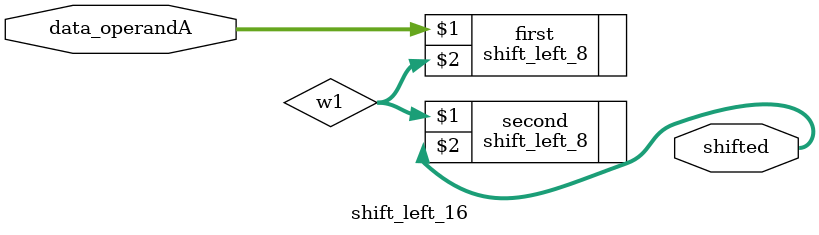
<source format=v>
module shift_left_16(data_operandA, shifted);
    
    input [31:0] data_operandA;
    output [31:0] shifted;

    wire [31:0] w1;
    shift_left_8 first(data_operandA, w1);
    shift_left_8 second(w1, shifted);

endmodule
</source>
